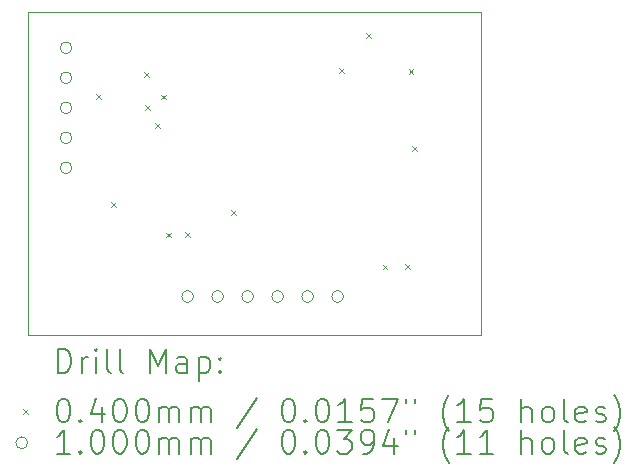
<source format=gbr>
%FSLAX45Y45*%
G04 Gerber Fmt 4.5, Leading zero omitted, Abs format (unit mm)*
G04 Created by KiCad (PCBNEW (6.0.4-0)) date 2022-04-22 16:48:59*
%MOMM*%
%LPD*%
G01*
G04 APERTURE LIST*
%TA.AperFunction,Profile*%
%ADD10C,0.100000*%
%TD*%
%ADD11C,0.200000*%
%ADD12C,0.040000*%
%ADD13C,0.100000*%
G04 APERTURE END LIST*
D10*
X4101300Y-6910120D02*
X7936700Y-6910120D01*
X7936700Y-6910120D02*
X7936700Y-9649000D01*
X7936700Y-9649000D02*
X4101300Y-9649000D01*
X4101300Y-9649000D02*
X4101300Y-6910120D01*
D11*
D12*
X4679000Y-7607000D02*
X4719000Y-7647000D01*
X4719000Y-7607000D02*
X4679000Y-7647000D01*
X4801538Y-8519118D02*
X4841538Y-8559118D01*
X4841538Y-8519118D02*
X4801538Y-8559118D01*
X5086000Y-7419000D02*
X5126000Y-7459000D01*
X5126000Y-7419000D02*
X5086000Y-7459000D01*
X5090013Y-7696115D02*
X5130013Y-7736115D01*
X5130013Y-7696115D02*
X5090013Y-7736115D01*
X5175000Y-7850000D02*
X5215000Y-7890000D01*
X5215000Y-7850000D02*
X5175000Y-7890000D01*
X5225000Y-7611000D02*
X5265000Y-7651000D01*
X5265000Y-7611000D02*
X5225000Y-7651000D01*
X5270820Y-8778560D02*
X5310820Y-8818560D01*
X5310820Y-8778560D02*
X5270820Y-8818560D01*
X5430799Y-8773521D02*
X5470799Y-8813521D01*
X5470799Y-8773521D02*
X5430799Y-8813521D01*
X5822000Y-8590600D02*
X5862000Y-8630600D01*
X5862000Y-8590600D02*
X5822000Y-8630600D01*
X6733860Y-7384100D02*
X6773860Y-7424100D01*
X6773860Y-7384100D02*
X6733860Y-7424100D01*
X6962460Y-7092000D02*
X7002460Y-7132000D01*
X7002460Y-7092000D02*
X6962460Y-7132000D01*
X7102160Y-9050340D02*
X7142160Y-9090340D01*
X7142160Y-9050340D02*
X7102160Y-9090340D01*
X7290120Y-9045260D02*
X7330120Y-9085260D01*
X7330120Y-9045260D02*
X7290120Y-9085260D01*
X7323140Y-7391720D02*
X7363140Y-7431720D01*
X7363140Y-7391720D02*
X7323140Y-7431720D01*
X7353620Y-8047040D02*
X7393620Y-8087040D01*
X7393620Y-8047040D02*
X7353620Y-8087040D01*
D13*
X4472100Y-7213600D02*
G75*
G03*
X4472100Y-7213600I-50000J0D01*
G01*
X4472100Y-7467600D02*
G75*
G03*
X4472100Y-7467600I-50000J0D01*
G01*
X4472100Y-7721600D02*
G75*
G03*
X4472100Y-7721600I-50000J0D01*
G01*
X4472100Y-7975600D02*
G75*
G03*
X4472100Y-7975600I-50000J0D01*
G01*
X4472100Y-8229600D02*
G75*
G03*
X4472100Y-8229600I-50000J0D01*
G01*
X5500800Y-9319300D02*
G75*
G03*
X5500800Y-9319300I-50000J0D01*
G01*
X5754800Y-9319300D02*
G75*
G03*
X5754800Y-9319300I-50000J0D01*
G01*
X6008800Y-9319300D02*
G75*
G03*
X6008800Y-9319300I-50000J0D01*
G01*
X6262800Y-9319300D02*
G75*
G03*
X6262800Y-9319300I-50000J0D01*
G01*
X6516800Y-9319300D02*
G75*
G03*
X6516800Y-9319300I-50000J0D01*
G01*
X6770800Y-9319300D02*
G75*
G03*
X6770800Y-9319300I-50000J0D01*
G01*
D11*
X4353919Y-9964476D02*
X4353919Y-9764476D01*
X4401538Y-9764476D01*
X4430110Y-9774000D01*
X4449157Y-9793048D01*
X4458681Y-9812095D01*
X4468205Y-9850190D01*
X4468205Y-9878762D01*
X4458681Y-9916857D01*
X4449157Y-9935905D01*
X4430110Y-9954952D01*
X4401538Y-9964476D01*
X4353919Y-9964476D01*
X4553919Y-9964476D02*
X4553919Y-9831143D01*
X4553919Y-9869238D02*
X4563443Y-9850190D01*
X4572967Y-9840667D01*
X4592014Y-9831143D01*
X4611062Y-9831143D01*
X4677729Y-9964476D02*
X4677729Y-9831143D01*
X4677729Y-9764476D02*
X4668205Y-9774000D01*
X4677729Y-9783524D01*
X4687252Y-9774000D01*
X4677729Y-9764476D01*
X4677729Y-9783524D01*
X4801538Y-9964476D02*
X4782490Y-9954952D01*
X4772967Y-9935905D01*
X4772967Y-9764476D01*
X4906300Y-9964476D02*
X4887252Y-9954952D01*
X4877729Y-9935905D01*
X4877729Y-9764476D01*
X5134871Y-9964476D02*
X5134871Y-9764476D01*
X5201538Y-9907333D01*
X5268205Y-9764476D01*
X5268205Y-9964476D01*
X5449157Y-9964476D02*
X5449157Y-9859714D01*
X5439633Y-9840667D01*
X5420586Y-9831143D01*
X5382490Y-9831143D01*
X5363443Y-9840667D01*
X5449157Y-9954952D02*
X5430110Y-9964476D01*
X5382490Y-9964476D01*
X5363443Y-9954952D01*
X5353919Y-9935905D01*
X5353919Y-9916857D01*
X5363443Y-9897810D01*
X5382490Y-9888286D01*
X5430110Y-9888286D01*
X5449157Y-9878762D01*
X5544395Y-9831143D02*
X5544395Y-10031143D01*
X5544395Y-9840667D02*
X5563443Y-9831143D01*
X5601538Y-9831143D01*
X5620586Y-9840667D01*
X5630109Y-9850190D01*
X5639633Y-9869238D01*
X5639633Y-9926381D01*
X5630109Y-9945429D01*
X5620586Y-9954952D01*
X5601538Y-9964476D01*
X5563443Y-9964476D01*
X5544395Y-9954952D01*
X5725348Y-9945429D02*
X5734871Y-9954952D01*
X5725348Y-9964476D01*
X5715824Y-9954952D01*
X5725348Y-9945429D01*
X5725348Y-9964476D01*
X5725348Y-9840667D02*
X5734871Y-9850190D01*
X5725348Y-9859714D01*
X5715824Y-9850190D01*
X5725348Y-9840667D01*
X5725348Y-9859714D01*
D12*
X4056300Y-10274000D02*
X4096300Y-10314000D01*
X4096300Y-10274000D02*
X4056300Y-10314000D01*
D11*
X4392014Y-10184476D02*
X4411062Y-10184476D01*
X4430110Y-10194000D01*
X4439633Y-10203524D01*
X4449157Y-10222571D01*
X4458681Y-10260667D01*
X4458681Y-10308286D01*
X4449157Y-10346381D01*
X4439633Y-10365429D01*
X4430110Y-10374952D01*
X4411062Y-10384476D01*
X4392014Y-10384476D01*
X4372967Y-10374952D01*
X4363443Y-10365429D01*
X4353919Y-10346381D01*
X4344395Y-10308286D01*
X4344395Y-10260667D01*
X4353919Y-10222571D01*
X4363443Y-10203524D01*
X4372967Y-10194000D01*
X4392014Y-10184476D01*
X4544395Y-10365429D02*
X4553919Y-10374952D01*
X4544395Y-10384476D01*
X4534871Y-10374952D01*
X4544395Y-10365429D01*
X4544395Y-10384476D01*
X4725348Y-10251143D02*
X4725348Y-10384476D01*
X4677729Y-10174952D02*
X4630110Y-10317810D01*
X4753919Y-10317810D01*
X4868205Y-10184476D02*
X4887252Y-10184476D01*
X4906300Y-10194000D01*
X4915824Y-10203524D01*
X4925348Y-10222571D01*
X4934871Y-10260667D01*
X4934871Y-10308286D01*
X4925348Y-10346381D01*
X4915824Y-10365429D01*
X4906300Y-10374952D01*
X4887252Y-10384476D01*
X4868205Y-10384476D01*
X4849157Y-10374952D01*
X4839633Y-10365429D01*
X4830110Y-10346381D01*
X4820586Y-10308286D01*
X4820586Y-10260667D01*
X4830110Y-10222571D01*
X4839633Y-10203524D01*
X4849157Y-10194000D01*
X4868205Y-10184476D01*
X5058681Y-10184476D02*
X5077729Y-10184476D01*
X5096776Y-10194000D01*
X5106300Y-10203524D01*
X5115824Y-10222571D01*
X5125348Y-10260667D01*
X5125348Y-10308286D01*
X5115824Y-10346381D01*
X5106300Y-10365429D01*
X5096776Y-10374952D01*
X5077729Y-10384476D01*
X5058681Y-10384476D01*
X5039633Y-10374952D01*
X5030110Y-10365429D01*
X5020586Y-10346381D01*
X5011062Y-10308286D01*
X5011062Y-10260667D01*
X5020586Y-10222571D01*
X5030110Y-10203524D01*
X5039633Y-10194000D01*
X5058681Y-10184476D01*
X5211062Y-10384476D02*
X5211062Y-10251143D01*
X5211062Y-10270190D02*
X5220586Y-10260667D01*
X5239633Y-10251143D01*
X5268205Y-10251143D01*
X5287252Y-10260667D01*
X5296776Y-10279714D01*
X5296776Y-10384476D01*
X5296776Y-10279714D02*
X5306300Y-10260667D01*
X5325348Y-10251143D01*
X5353919Y-10251143D01*
X5372967Y-10260667D01*
X5382490Y-10279714D01*
X5382490Y-10384476D01*
X5477729Y-10384476D02*
X5477729Y-10251143D01*
X5477729Y-10270190D02*
X5487252Y-10260667D01*
X5506300Y-10251143D01*
X5534871Y-10251143D01*
X5553919Y-10260667D01*
X5563443Y-10279714D01*
X5563443Y-10384476D01*
X5563443Y-10279714D02*
X5572967Y-10260667D01*
X5592014Y-10251143D01*
X5620586Y-10251143D01*
X5639633Y-10260667D01*
X5649157Y-10279714D01*
X5649157Y-10384476D01*
X6039633Y-10174952D02*
X5868205Y-10432095D01*
X6296776Y-10184476D02*
X6315824Y-10184476D01*
X6334871Y-10194000D01*
X6344395Y-10203524D01*
X6353919Y-10222571D01*
X6363443Y-10260667D01*
X6363443Y-10308286D01*
X6353919Y-10346381D01*
X6344395Y-10365429D01*
X6334871Y-10374952D01*
X6315824Y-10384476D01*
X6296776Y-10384476D01*
X6277728Y-10374952D01*
X6268205Y-10365429D01*
X6258681Y-10346381D01*
X6249157Y-10308286D01*
X6249157Y-10260667D01*
X6258681Y-10222571D01*
X6268205Y-10203524D01*
X6277728Y-10194000D01*
X6296776Y-10184476D01*
X6449157Y-10365429D02*
X6458681Y-10374952D01*
X6449157Y-10384476D01*
X6439633Y-10374952D01*
X6449157Y-10365429D01*
X6449157Y-10384476D01*
X6582490Y-10184476D02*
X6601538Y-10184476D01*
X6620586Y-10194000D01*
X6630109Y-10203524D01*
X6639633Y-10222571D01*
X6649157Y-10260667D01*
X6649157Y-10308286D01*
X6639633Y-10346381D01*
X6630109Y-10365429D01*
X6620586Y-10374952D01*
X6601538Y-10384476D01*
X6582490Y-10384476D01*
X6563443Y-10374952D01*
X6553919Y-10365429D01*
X6544395Y-10346381D01*
X6534871Y-10308286D01*
X6534871Y-10260667D01*
X6544395Y-10222571D01*
X6553919Y-10203524D01*
X6563443Y-10194000D01*
X6582490Y-10184476D01*
X6839633Y-10384476D02*
X6725348Y-10384476D01*
X6782490Y-10384476D02*
X6782490Y-10184476D01*
X6763443Y-10213048D01*
X6744395Y-10232095D01*
X6725348Y-10241619D01*
X7020586Y-10184476D02*
X6925348Y-10184476D01*
X6915824Y-10279714D01*
X6925348Y-10270190D01*
X6944395Y-10260667D01*
X6992014Y-10260667D01*
X7011062Y-10270190D01*
X7020586Y-10279714D01*
X7030109Y-10298762D01*
X7030109Y-10346381D01*
X7020586Y-10365429D01*
X7011062Y-10374952D01*
X6992014Y-10384476D01*
X6944395Y-10384476D01*
X6925348Y-10374952D01*
X6915824Y-10365429D01*
X7096776Y-10184476D02*
X7230109Y-10184476D01*
X7144395Y-10384476D01*
X7296776Y-10184476D02*
X7296776Y-10222571D01*
X7372967Y-10184476D02*
X7372967Y-10222571D01*
X7668205Y-10460667D02*
X7658681Y-10451143D01*
X7639633Y-10422571D01*
X7630109Y-10403524D01*
X7620586Y-10374952D01*
X7611062Y-10327333D01*
X7611062Y-10289238D01*
X7620586Y-10241619D01*
X7630109Y-10213048D01*
X7639633Y-10194000D01*
X7658681Y-10165429D01*
X7668205Y-10155905D01*
X7849157Y-10384476D02*
X7734871Y-10384476D01*
X7792014Y-10384476D02*
X7792014Y-10184476D01*
X7772967Y-10213048D01*
X7753919Y-10232095D01*
X7734871Y-10241619D01*
X8030109Y-10184476D02*
X7934871Y-10184476D01*
X7925348Y-10279714D01*
X7934871Y-10270190D01*
X7953919Y-10260667D01*
X8001538Y-10260667D01*
X8020586Y-10270190D01*
X8030109Y-10279714D01*
X8039633Y-10298762D01*
X8039633Y-10346381D01*
X8030109Y-10365429D01*
X8020586Y-10374952D01*
X8001538Y-10384476D01*
X7953919Y-10384476D01*
X7934871Y-10374952D01*
X7925348Y-10365429D01*
X8277728Y-10384476D02*
X8277728Y-10184476D01*
X8363443Y-10384476D02*
X8363443Y-10279714D01*
X8353919Y-10260667D01*
X8334871Y-10251143D01*
X8306300Y-10251143D01*
X8287252Y-10260667D01*
X8277728Y-10270190D01*
X8487252Y-10384476D02*
X8468205Y-10374952D01*
X8458681Y-10365429D01*
X8449157Y-10346381D01*
X8449157Y-10289238D01*
X8458681Y-10270190D01*
X8468205Y-10260667D01*
X8487252Y-10251143D01*
X8515824Y-10251143D01*
X8534871Y-10260667D01*
X8544395Y-10270190D01*
X8553919Y-10289238D01*
X8553919Y-10346381D01*
X8544395Y-10365429D01*
X8534871Y-10374952D01*
X8515824Y-10384476D01*
X8487252Y-10384476D01*
X8668205Y-10384476D02*
X8649157Y-10374952D01*
X8639633Y-10355905D01*
X8639633Y-10184476D01*
X8820586Y-10374952D02*
X8801538Y-10384476D01*
X8763443Y-10384476D01*
X8744395Y-10374952D01*
X8734871Y-10355905D01*
X8734871Y-10279714D01*
X8744395Y-10260667D01*
X8763443Y-10251143D01*
X8801538Y-10251143D01*
X8820586Y-10260667D01*
X8830110Y-10279714D01*
X8830110Y-10298762D01*
X8734871Y-10317810D01*
X8906300Y-10374952D02*
X8925348Y-10384476D01*
X8963443Y-10384476D01*
X8982490Y-10374952D01*
X8992014Y-10355905D01*
X8992014Y-10346381D01*
X8982490Y-10327333D01*
X8963443Y-10317810D01*
X8934871Y-10317810D01*
X8915824Y-10308286D01*
X8906300Y-10289238D01*
X8906300Y-10279714D01*
X8915824Y-10260667D01*
X8934871Y-10251143D01*
X8963443Y-10251143D01*
X8982490Y-10260667D01*
X9058681Y-10460667D02*
X9068205Y-10451143D01*
X9087252Y-10422571D01*
X9096776Y-10403524D01*
X9106300Y-10374952D01*
X9115824Y-10327333D01*
X9115824Y-10289238D01*
X9106300Y-10241619D01*
X9096776Y-10213048D01*
X9087252Y-10194000D01*
X9068205Y-10165429D01*
X9058681Y-10155905D01*
D13*
X4096300Y-10558000D02*
G75*
G03*
X4096300Y-10558000I-50000J0D01*
G01*
D11*
X4458681Y-10648476D02*
X4344395Y-10648476D01*
X4401538Y-10648476D02*
X4401538Y-10448476D01*
X4382490Y-10477048D01*
X4363443Y-10496095D01*
X4344395Y-10505619D01*
X4544395Y-10629429D02*
X4553919Y-10638952D01*
X4544395Y-10648476D01*
X4534871Y-10638952D01*
X4544395Y-10629429D01*
X4544395Y-10648476D01*
X4677729Y-10448476D02*
X4696776Y-10448476D01*
X4715824Y-10458000D01*
X4725348Y-10467524D01*
X4734871Y-10486571D01*
X4744395Y-10524667D01*
X4744395Y-10572286D01*
X4734871Y-10610381D01*
X4725348Y-10629429D01*
X4715824Y-10638952D01*
X4696776Y-10648476D01*
X4677729Y-10648476D01*
X4658681Y-10638952D01*
X4649157Y-10629429D01*
X4639633Y-10610381D01*
X4630110Y-10572286D01*
X4630110Y-10524667D01*
X4639633Y-10486571D01*
X4649157Y-10467524D01*
X4658681Y-10458000D01*
X4677729Y-10448476D01*
X4868205Y-10448476D02*
X4887252Y-10448476D01*
X4906300Y-10458000D01*
X4915824Y-10467524D01*
X4925348Y-10486571D01*
X4934871Y-10524667D01*
X4934871Y-10572286D01*
X4925348Y-10610381D01*
X4915824Y-10629429D01*
X4906300Y-10638952D01*
X4887252Y-10648476D01*
X4868205Y-10648476D01*
X4849157Y-10638952D01*
X4839633Y-10629429D01*
X4830110Y-10610381D01*
X4820586Y-10572286D01*
X4820586Y-10524667D01*
X4830110Y-10486571D01*
X4839633Y-10467524D01*
X4849157Y-10458000D01*
X4868205Y-10448476D01*
X5058681Y-10448476D02*
X5077729Y-10448476D01*
X5096776Y-10458000D01*
X5106300Y-10467524D01*
X5115824Y-10486571D01*
X5125348Y-10524667D01*
X5125348Y-10572286D01*
X5115824Y-10610381D01*
X5106300Y-10629429D01*
X5096776Y-10638952D01*
X5077729Y-10648476D01*
X5058681Y-10648476D01*
X5039633Y-10638952D01*
X5030110Y-10629429D01*
X5020586Y-10610381D01*
X5011062Y-10572286D01*
X5011062Y-10524667D01*
X5020586Y-10486571D01*
X5030110Y-10467524D01*
X5039633Y-10458000D01*
X5058681Y-10448476D01*
X5211062Y-10648476D02*
X5211062Y-10515143D01*
X5211062Y-10534190D02*
X5220586Y-10524667D01*
X5239633Y-10515143D01*
X5268205Y-10515143D01*
X5287252Y-10524667D01*
X5296776Y-10543714D01*
X5296776Y-10648476D01*
X5296776Y-10543714D02*
X5306300Y-10524667D01*
X5325348Y-10515143D01*
X5353919Y-10515143D01*
X5372967Y-10524667D01*
X5382490Y-10543714D01*
X5382490Y-10648476D01*
X5477729Y-10648476D02*
X5477729Y-10515143D01*
X5477729Y-10534190D02*
X5487252Y-10524667D01*
X5506300Y-10515143D01*
X5534871Y-10515143D01*
X5553919Y-10524667D01*
X5563443Y-10543714D01*
X5563443Y-10648476D01*
X5563443Y-10543714D02*
X5572967Y-10524667D01*
X5592014Y-10515143D01*
X5620586Y-10515143D01*
X5639633Y-10524667D01*
X5649157Y-10543714D01*
X5649157Y-10648476D01*
X6039633Y-10438952D02*
X5868205Y-10696095D01*
X6296776Y-10448476D02*
X6315824Y-10448476D01*
X6334871Y-10458000D01*
X6344395Y-10467524D01*
X6353919Y-10486571D01*
X6363443Y-10524667D01*
X6363443Y-10572286D01*
X6353919Y-10610381D01*
X6344395Y-10629429D01*
X6334871Y-10638952D01*
X6315824Y-10648476D01*
X6296776Y-10648476D01*
X6277728Y-10638952D01*
X6268205Y-10629429D01*
X6258681Y-10610381D01*
X6249157Y-10572286D01*
X6249157Y-10524667D01*
X6258681Y-10486571D01*
X6268205Y-10467524D01*
X6277728Y-10458000D01*
X6296776Y-10448476D01*
X6449157Y-10629429D02*
X6458681Y-10638952D01*
X6449157Y-10648476D01*
X6439633Y-10638952D01*
X6449157Y-10629429D01*
X6449157Y-10648476D01*
X6582490Y-10448476D02*
X6601538Y-10448476D01*
X6620586Y-10458000D01*
X6630109Y-10467524D01*
X6639633Y-10486571D01*
X6649157Y-10524667D01*
X6649157Y-10572286D01*
X6639633Y-10610381D01*
X6630109Y-10629429D01*
X6620586Y-10638952D01*
X6601538Y-10648476D01*
X6582490Y-10648476D01*
X6563443Y-10638952D01*
X6553919Y-10629429D01*
X6544395Y-10610381D01*
X6534871Y-10572286D01*
X6534871Y-10524667D01*
X6544395Y-10486571D01*
X6553919Y-10467524D01*
X6563443Y-10458000D01*
X6582490Y-10448476D01*
X6715824Y-10448476D02*
X6839633Y-10448476D01*
X6772967Y-10524667D01*
X6801538Y-10524667D01*
X6820586Y-10534190D01*
X6830109Y-10543714D01*
X6839633Y-10562762D01*
X6839633Y-10610381D01*
X6830109Y-10629429D01*
X6820586Y-10638952D01*
X6801538Y-10648476D01*
X6744395Y-10648476D01*
X6725348Y-10638952D01*
X6715824Y-10629429D01*
X6934871Y-10648476D02*
X6972967Y-10648476D01*
X6992014Y-10638952D01*
X7001538Y-10629429D01*
X7020586Y-10600857D01*
X7030109Y-10562762D01*
X7030109Y-10486571D01*
X7020586Y-10467524D01*
X7011062Y-10458000D01*
X6992014Y-10448476D01*
X6953919Y-10448476D01*
X6934871Y-10458000D01*
X6925348Y-10467524D01*
X6915824Y-10486571D01*
X6915824Y-10534190D01*
X6925348Y-10553238D01*
X6934871Y-10562762D01*
X6953919Y-10572286D01*
X6992014Y-10572286D01*
X7011062Y-10562762D01*
X7020586Y-10553238D01*
X7030109Y-10534190D01*
X7201538Y-10515143D02*
X7201538Y-10648476D01*
X7153919Y-10438952D02*
X7106300Y-10581810D01*
X7230109Y-10581810D01*
X7296776Y-10448476D02*
X7296776Y-10486571D01*
X7372967Y-10448476D02*
X7372967Y-10486571D01*
X7668205Y-10724667D02*
X7658681Y-10715143D01*
X7639633Y-10686571D01*
X7630109Y-10667524D01*
X7620586Y-10638952D01*
X7611062Y-10591333D01*
X7611062Y-10553238D01*
X7620586Y-10505619D01*
X7630109Y-10477048D01*
X7639633Y-10458000D01*
X7658681Y-10429429D01*
X7668205Y-10419905D01*
X7849157Y-10648476D02*
X7734871Y-10648476D01*
X7792014Y-10648476D02*
X7792014Y-10448476D01*
X7772967Y-10477048D01*
X7753919Y-10496095D01*
X7734871Y-10505619D01*
X8039633Y-10648476D02*
X7925348Y-10648476D01*
X7982490Y-10648476D02*
X7982490Y-10448476D01*
X7963443Y-10477048D01*
X7944395Y-10496095D01*
X7925348Y-10505619D01*
X8277728Y-10648476D02*
X8277728Y-10448476D01*
X8363443Y-10648476D02*
X8363443Y-10543714D01*
X8353919Y-10524667D01*
X8334871Y-10515143D01*
X8306300Y-10515143D01*
X8287252Y-10524667D01*
X8277728Y-10534190D01*
X8487252Y-10648476D02*
X8468205Y-10638952D01*
X8458681Y-10629429D01*
X8449157Y-10610381D01*
X8449157Y-10553238D01*
X8458681Y-10534190D01*
X8468205Y-10524667D01*
X8487252Y-10515143D01*
X8515824Y-10515143D01*
X8534871Y-10524667D01*
X8544395Y-10534190D01*
X8553919Y-10553238D01*
X8553919Y-10610381D01*
X8544395Y-10629429D01*
X8534871Y-10638952D01*
X8515824Y-10648476D01*
X8487252Y-10648476D01*
X8668205Y-10648476D02*
X8649157Y-10638952D01*
X8639633Y-10619905D01*
X8639633Y-10448476D01*
X8820586Y-10638952D02*
X8801538Y-10648476D01*
X8763443Y-10648476D01*
X8744395Y-10638952D01*
X8734871Y-10619905D01*
X8734871Y-10543714D01*
X8744395Y-10524667D01*
X8763443Y-10515143D01*
X8801538Y-10515143D01*
X8820586Y-10524667D01*
X8830110Y-10543714D01*
X8830110Y-10562762D01*
X8734871Y-10581810D01*
X8906300Y-10638952D02*
X8925348Y-10648476D01*
X8963443Y-10648476D01*
X8982490Y-10638952D01*
X8992014Y-10619905D01*
X8992014Y-10610381D01*
X8982490Y-10591333D01*
X8963443Y-10581810D01*
X8934871Y-10581810D01*
X8915824Y-10572286D01*
X8906300Y-10553238D01*
X8906300Y-10543714D01*
X8915824Y-10524667D01*
X8934871Y-10515143D01*
X8963443Y-10515143D01*
X8982490Y-10524667D01*
X9058681Y-10724667D02*
X9068205Y-10715143D01*
X9087252Y-10686571D01*
X9096776Y-10667524D01*
X9106300Y-10638952D01*
X9115824Y-10591333D01*
X9115824Y-10553238D01*
X9106300Y-10505619D01*
X9096776Y-10477048D01*
X9087252Y-10458000D01*
X9068205Y-10429429D01*
X9058681Y-10419905D01*
M02*

</source>
